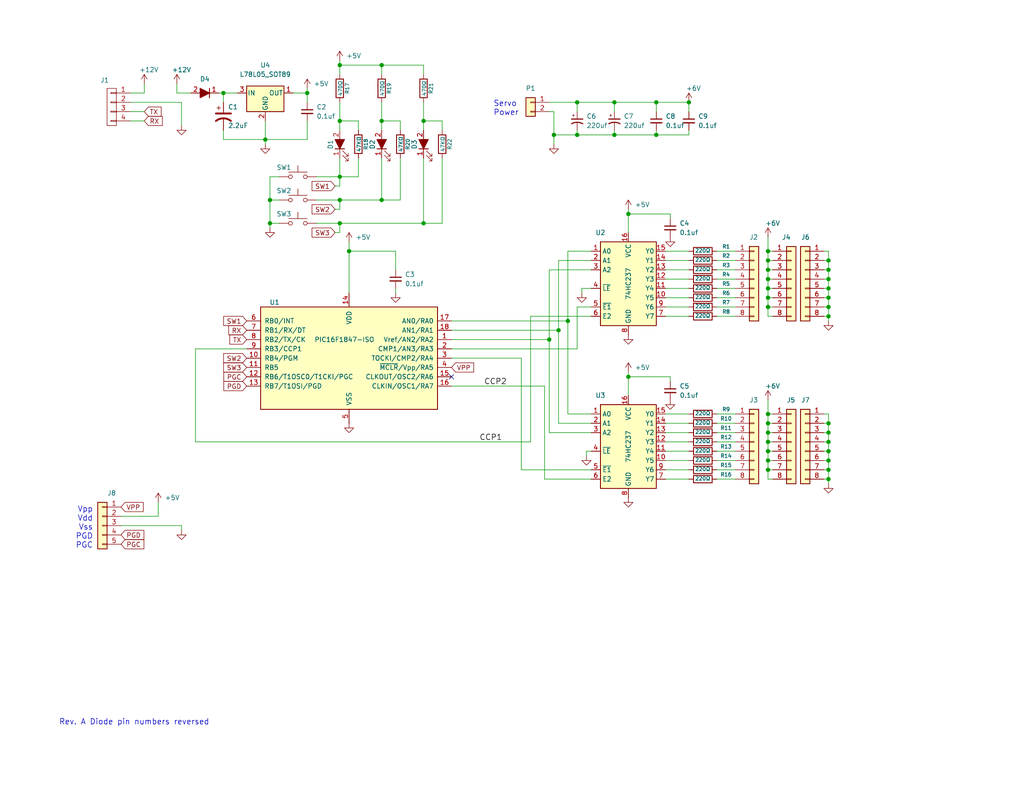
<source format=kicad_sch>
(kicad_sch (version 20210126) (generator eeschema)
  (paper "A")
  (title_block (title "Simple Servo Controller 16") (date "2021-03-12") (rev "A") (company "DMFE") (comment 1 "Packet Serial Version") (comment 2 "OSH GPL 2"))
  (lib_symbols
    (symbol "74xx:74HC237"
      (property "Reference" "U" (at -7.62 13.97 0))
      (property "Value" "74HC237" (at 2.54 -11.43 0))
      (symbol "74HC237_0_1"
        (rectangle (start -7.62 12.7) (end 7.62 -10.16) (stroke (width 0.254)) (fill (type background)))
      )
      (symbol "74HC237_1_1"
        (pin input line (at -10.16 10.16 0) (length 2.54) (name "A0") (number "1"))
        (pin output line (at 10.16 -2.54 180) (length 2.54) (name "Y5") (number "10"))
        (pin output line (at 10.16 0 180) (length 2.54) (name "Y4") (number "11"))
        (pin output line (at 10.16 2.54 180) (length 2.54) (name "Y3") (number "12"))
        (pin output line (at 10.16 5.08 180) (length 2.54) (name "Y2") (number "13"))
        (pin output line (at 10.16 7.62 180) (length 2.54) (name "Y1") (number "14"))
        (pin output line (at 10.16 10.16 180) (length 2.54) (name "Y0") (number "15"))
        (pin power_in line (at 0 15.24 270) (length 2.54) (name "VCC") (number "16"))
        (pin input line (at -10.16 7.62 0) (length 2.54) (name "A1") (number "2"))
        (pin input line (at -10.16 5.08 0) (length 2.54) (name "A2") (number "3"))
        (pin input line (at -10.16 0 0) (length 2.54) (name "~LE") (number "4"))
        (pin input line (at -10.16 -5.08 0) (length 2.54) (name "~E1") (number "5"))
        (pin input line (at -10.16 -7.62 0) (length 2.54) (name "E2") (number "6"))
        (pin output line (at 10.16 -7.62 180) (length 2.54) (name "Y7") (number "7"))
        (pin power_in line (at 0 -12.7 90) (length 2.54) (name "GND") (number "8"))
        (pin output line (at 10.16 -5.08 180) (length 2.54) (name "Y6") (number "9"))
      )
    )
    (symbol "Connector_Generic:Conn_01x02" (pin_names (offset 1.016) hide)
      (property "Reference" "J" (at 0 2.54 0))
      (property "Value" "Conn_01x02" (at 0 -5.08 0))
      (symbol "Conn_01x02_1_1"
        (rectangle (start -1.27 -2.413) (end 0 -2.667) (stroke (width 0.1524)))
        (rectangle (start -1.27 0.127) (end 0 -0.127) (stroke (width 0.1524)))
        (rectangle (start -1.27 1.27) (end 1.27 -3.81) (stroke (width 0.254)) (fill (type background)))
        (pin passive line (at -5.08 0 0) (length 3.81) (name "Pin_1") (number "1"))
        (pin passive line (at -5.08 -2.54 0) (length 3.81) (name "Pin_2") (number "2"))
      )
    )
    (symbol "Connector_Generic:Conn_01x05" (pin_names (offset 1.016) hide)
      (property "Reference" "J" (at 0 7.62 0))
      (property "Value" "Conn_01x05" (at 0 -7.62 0))
      (symbol "Conn_01x05_1_1"
        (rectangle (start -1.27 -4.953) (end 0 -5.207) (stroke (width 0.1524)))
        (rectangle (start -1.27 -2.413) (end 0 -2.667) (stroke (width 0.1524)))
        (rectangle (start -1.27 2.667) (end 0 2.413) (stroke (width 0.1524)))
        (rectangle (start -1.27 5.207) (end 0 4.953) (stroke (width 0.1524)))
        (rectangle (start -1.27 6.35) (end 1.27 -6.35) (stroke (width 0.254)) (fill (type background)))
        (rectangle (start -1.27 0.127) (end 0 -0.127) (stroke (width 0.1524)))
        (pin passive line (at -5.08 5.08 0) (length 3.81) (name "Pin_1") (number "1"))
        (pin passive line (at -5.08 2.54 0) (length 3.81) (name "Pin_2") (number "2"))
        (pin passive line (at -5.08 0 0) (length 3.81) (name "Pin_3") (number "3"))
        (pin passive line (at -5.08 -2.54 0) (length 3.81) (name "Pin_4") (number "4"))
        (pin passive line (at -5.08 -5.08 0) (length 3.81) (name "Pin_5") (number "5"))
      )
    )
    (symbol "Connector_Generic:Conn_01x08" (pin_names (offset 1.016) hide)
      (property "Reference" "J" (at 0 10.16 0))
      (property "Value" "Conn_01x08" (at 0 -12.7 0))
      (symbol "Conn_01x08_1_1"
        (rectangle (start -1.27 -4.953) (end 0 -5.207) (stroke (width 0.1524)))
        (rectangle (start -1.27 -7.493) (end 0 -7.747) (stroke (width 0.1524)))
        (rectangle (start -1.27 -10.033) (end 0 -10.287) (stroke (width 0.1524)))
        (rectangle (start -1.27 -2.413) (end 0 -2.667) (stroke (width 0.1524)))
        (rectangle (start -1.27 2.667) (end 0 2.413) (stroke (width 0.1524)))
        (rectangle (start -1.27 5.207) (end 0 4.953) (stroke (width 0.1524)))
        (rectangle (start -1.27 7.747) (end 0 7.493) (stroke (width 0.1524)))
        (rectangle (start -1.27 8.89) (end 1.27 -11.43) (stroke (width 0.254)) (fill (type background)))
        (rectangle (start -1.27 0.127) (end 0 -0.127) (stroke (width 0.1524)))
        (pin passive line (at -5.08 7.62 0) (length 3.81) (name "Pin_1") (number "1"))
        (pin passive line (at -5.08 5.08 0) (length 3.81) (name "Pin_2") (number "2"))
        (pin passive line (at -5.08 2.54 0) (length 3.81) (name "Pin_3") (number "3"))
        (pin passive line (at -5.08 0 0) (length 3.81) (name "Pin_4") (number "4"))
        (pin passive line (at -5.08 -2.54 0) (length 3.81) (name "Pin_5") (number "5"))
        (pin passive line (at -5.08 -5.08 0) (length 3.81) (name "Pin_6") (number "6"))
        (pin passive line (at -5.08 -7.62 0) (length 3.81) (name "Pin_7") (number "7"))
        (pin passive line (at -5.08 -10.16 0) (length 3.81) (name "Pin_8") (number "8"))
      )
    )
    (symbol "Device:C_Polarized_Small_US" (pin_numbers hide) (pin_names (offset 0.254) hide)
      (property "Reference" "C" (at 0.254 1.778 0))
      (property "Value" "C_Polarized_Small_US" (at 0.254 -2.032 0))
      (symbol "C_Polarized_Small_US_0_1"
        (arc (start -1.524 -0.762) (end 1.524 -0.762) (radius (at 0 -3.556) (length 3.175) (angles 118.6 61.4)) (stroke (width 0.3048)))
        (polyline (pts (xy -1.524 0.508) (xy 1.524 0.508)) (stroke (width 0.3048)))
        (polyline (pts (xy -1.27 1.524) (xy -0.762 1.524)))
        (polyline (pts (xy -1.016 1.27) (xy -1.016 1.778)))
      )
      (symbol "C_Polarized_Small_US_1_1"
        (pin passive line (at 0 2.54 270) (length 2.032) (name "~") (number "1"))
        (pin passive line (at 0 -2.54 90) (length 2.032) (name "~") (number "2"))
      )
    )
    (symbol "Device:C_Small" (pin_numbers hide) (pin_names (offset 0.254) hide)
      (property "Reference" "C" (at 0.254 1.778 0))
      (property "Value" "C_Small" (at 0.254 -2.032 0))
      (symbol "C_Small_0_1"
        (polyline (pts (xy -1.524 -0.508) (xy 1.524 -0.508)) (stroke (width 0.3302)))
        (polyline (pts (xy -1.524 0.508) (xy 1.524 0.508)) (stroke (width 0.3048)))
      )
      (symbol "C_Small_1_1"
        (pin passive line (at 0 2.54 270) (length 2.032) (name "~") (number "1"))
        (pin passive line (at 0 -2.54 90) (length 2.032) (name "~") (number "2"))
      )
    )
    (symbol "Device:D_Filled" (pin_names (offset 1.016) hide)
      (property "Reference" "D" (at 0 2.54 0))
      (property "Value" "D_Filled" (at 0 -2.54 0))
      (symbol "D_Filled_0_1"
        (polyline (pts (xy -1.27 1.27) (xy -1.27 -1.27)) (stroke (width 0.254)))
        (polyline (pts (xy 1.27 0) (xy -1.27 0)))
        (polyline (pts (xy 1.27 1.27) (xy 1.27 -1.27) (xy -1.27 0) (xy 1.27 1.27)) (stroke (width 0.254)) (fill (type outline)))
      )
      (symbol "D_Filled_1_1"
        (pin passive line (at -3.81 0 0) (length 2.54) (name "K") (number "1"))
        (pin passive line (at 3.81 0 180) (length 2.54) (name "A") (number "2"))
      )
    )
    (symbol "Device:LED_Filled" (pin_names (offset 1.016) hide)
      (property "Reference" "D" (at 0 2.54 0))
      (property "Value" "LED_Filled" (at 0 -2.54 0))
      (symbol "LED_Filled_0_1"
        (polyline (pts (xy -1.27 -1.27) (xy -1.27 1.27)) (stroke (width 0.254)))
        (polyline (pts (xy -1.27 0) (xy 1.27 0)))
        (polyline (pts (xy 1.27 -1.27) (xy 1.27 1.27) (xy -1.27 0) (xy 1.27 -1.27)) (stroke (width 0.254)) (fill (type outline)))
        (polyline (pts (xy -3.048 -0.762) (xy -4.572 -2.286) (xy -3.81 -2.286) (xy -4.572 -2.286) (xy -4.572 -1.524)))
        (polyline (pts (xy -1.778 -0.762) (xy -3.302 -2.286) (xy -2.54 -2.286) (xy -3.302 -2.286) (xy -3.302 -1.524)))
      )
      (symbol "LED_Filled_1_1"
        (pin passive line (at -3.81 0 0) (length 2.54) (name "K") (number "1"))
        (pin passive line (at 3.81 0 180) (length 2.54) (name "A") (number "2"))
      )
    )
    (symbol "Device:R" (pin_numbers hide) (pin_names (offset 0))
      (property "Reference" "R" (at 2.032 0 90))
      (property "Value" "R" (at 0 0 90))
      (symbol "R_0_1"
        (rectangle (start -1.016 -2.54) (end 1.016 2.54) (stroke (width 0.254)))
      )
      (symbol "R_1_1"
        (pin passive line (at 0 3.81 270) (length 1.27) (name "~") (number "1"))
        (pin passive line (at 0 -3.81 90) (length 1.27) (name "~") (number "2"))
      )
    )
    (symbol "MCU_Microchip_PIC16:PIC16F628A-ISO" (pin_names (offset 1.016))
      (property "Reference" "U" (at -24.13 17.78 0))
      (property "Value" "PIC16F628A-ISO" (at -24.13 15.24 0))
      (symbol "PIC16F628A-ISO_0_1"
        (rectangle (start 24.13 13.97) (end -24.13 -13.97) (stroke (width 0.254)) (fill (type background)))
      )
      (symbol "PIC16F628A-ISO_1_1"
        (pin bidirectional line (at 27.94 5.08 180) (length 3.81) (name "Vref/AN2/RA2") (number "1"))
        (pin bidirectional line (at -27.94 0 0) (length 3.81) (name "RB4/PGM") (number "10"))
        (pin bidirectional line (at -27.94 -2.54 0) (length 3.81) (name "RB5") (number "11"))
        (pin bidirectional line (at -27.94 -5.08 0) (length 3.81) (name "RB6/T1OSC0/T1CKI/PGC") (number "12"))
        (pin bidirectional line (at -27.94 -7.62 0) (length 3.81) (name "RB7/T1OSI/PGD") (number "13"))
        (pin power_in line (at 0 17.78 270) (length 3.81) (name "VDD") (number "14"))
        (pin bidirectional line (at 27.94 -5.08 180) (length 3.81) (name "CLKOUT/OSC2/RA6") (number "15"))
        (pin bidirectional line (at 27.94 -7.62 180) (length 3.81) (name "CLKIN/OSC1/RA7") (number "16"))
        (pin bidirectional line (at 27.94 10.16 180) (length 3.81) (name "AN0/RA0") (number "17"))
        (pin bidirectional line (at 27.94 7.62 180) (length 3.81) (name "AN1/RA1") (number "18"))
        (pin bidirectional line (at 27.94 2.54 180) (length 3.81) (name "CMP1/AN3/RA3") (number "2"))
        (pin bidirectional line (at 27.94 0 180) (length 3.81) (name "TOCKI/CMP2/RA4") (number "3"))
        (pin input line (at 27.94 -2.54 180) (length 3.81) (name "~MCLR~/Vpp/RA5") (number "4"))
        (pin power_in line (at 0 -17.78 90) (length 3.81) (name "VSS") (number "5"))
        (pin bidirectional line (at -27.94 10.16 0) (length 3.81) (name "RB0/INT") (number "6"))
        (pin bidirectional line (at -27.94 7.62 0) (length 3.81) (name "RB1/RX/DT") (number "7"))
        (pin bidirectional line (at -27.94 5.08 0) (length 3.81) (name "RB2/TX/CK") (number "8"))
        (pin bidirectional line (at -27.94 2.54 0) (length 3.81) (name "RB3/CCP1") (number "9"))
      )
    )
    (symbol "Regulator_Linear:L78L05_SOT89" (pin_names (offset 0.254))
      (property "Reference" "U" (at -3.81 3.175 0))
      (property "Value" "L78L05_SOT89" (at -0.635 3.175 0))
      (symbol "L78L05_SOT89_0_1"
        (rectangle (start -5.08 1.905) (end 5.08 -5.08) (stroke (width 0.254)) (fill (type background)))
      )
      (symbol "L78L05_SOT89_1_1"
        (pin power_out line (at 7.62 0 180) (length 2.54) (name "OUT") (number "1"))
        (pin power_in line (at 0 -7.62 90) (length 2.54) (name "GND") (number "2"))
        (pin power_in line (at -7.62 0 0) (length 2.54) (name "IN") (number "3"))
      )
    )
    (symbol "SimpleServoCtrl-rescue:CONN_01X04" (pin_names (offset 1.016) hide)
      (property "Reference" "P" (at 0 6.35 0))
      (property "Value" "CONN_01X04" (at 2.54 0 90))
      (symbol "CONN_01X04_0_1"
        (rectangle (start -1.27 -3.683) (end 0.254 -3.937))
        (rectangle (start -1.27 -1.143) (end 0.254 -1.397))
        (rectangle (start -1.27 1.397) (end 0.254 1.143))
        (rectangle (start -1.27 3.937) (end 0.254 3.683))
        (rectangle (start -1.27 5.08) (end 1.27 -5.08))
      )
      (symbol "CONN_01X04_1_1"
        (pin passive line (at -5.08 3.81 0) (length 3.81) (name "P1") (number "1"))
        (pin passive line (at -5.08 1.27 0) (length 3.81) (name "P2") (number "2"))
        (pin passive line (at -5.08 -1.27 0) (length 3.81) (name "P3") (number "3"))
        (pin passive line (at -5.08 -3.81 0) (length 3.81) (name "P4") (number "4"))
      )
    )
    (symbol "SimpleServoCtrl-rescue:CP1" (pin_numbers hide) (pin_names (offset 0.254) hide)
      (property "Reference" "C" (at 0.635 2.54 0))
      (property "Value" "CP1" (at 0.635 -2.54 0))
      (symbol "CP1_0_1"
        (arc (start -2.032 -1.27) (end 2.032 -1.27) (radius (at 0 -3.81) (length 3.2512) (angles 128.7 51.3)) (stroke (width 0.508)))
        (polyline (pts (xy -2.032 0.762) (xy 2.032 0.762)) (stroke (width 0.508)))
        (polyline (pts (xy -1.778 2.286) (xy -0.762 2.286)))
        (polyline (pts (xy -1.27 1.778) (xy -1.27 2.794)))
      )
      (symbol "CP1_1_1"
        (pin passive line (at 0 3.81 270) (length 2.794) (name "~") (number "1"))
        (pin passive line (at 0 -3.81 90) (length 3.302) (name "~") (number "2"))
      )
    )
    (symbol "Switch:SW_Push" (pin_numbers hide) (pin_names (offset 1.016) hide)
      (property "Reference" "SW" (at 1.27 2.54 0))
      (property "Value" "SW_Push" (at 0 -1.524 0))
      (symbol "SW_Push_0_1"
        (circle (center -2.032 0) (radius 0.508))
        (circle (center 2.032 0) (radius 0.508))
        (polyline (pts (xy 0 1.27) (xy 0 3.048)))
        (polyline (pts (xy 2.54 1.27) (xy -2.54 1.27)))
        (pin passive line (at -5.08 0 0) (length 2.54) (name "1") (number "1"))
        (pin passive line (at 5.08 0 180) (length 2.54) (name "2") (number "2"))
      )
    )
    (symbol "power:+12V" (power) (pin_names (offset 0))
      (property "Value" "+12V" (at 0 3.556 0))
      (symbol "+12V_0_1"
        (polyline (pts (xy -0.762 1.27) (xy 0 2.54)))
        (polyline (pts (xy 0 0) (xy 0 2.54)))
        (polyline (pts (xy 0 2.54) (xy 0.762 1.27)))
      )
      (symbol "+12V_1_1"
        (pin power_in line (at 0 0 90) (length 0) hide (name "+12V") (number "1"))
      )
    )
    (symbol "power:+5V" (power) (pin_names (offset 0))
      (property "Value" "+5V" (at 0 3.556 0))
      (symbol "+5V_0_1"
        (polyline (pts (xy -0.762 1.27) (xy 0 2.54)))
        (polyline (pts (xy 0 0) (xy 0 2.54)))
        (polyline (pts (xy 0 2.54) (xy 0.762 1.27)))
      )
      (symbol "+5V_1_1"
        (pin power_in line (at 0 0 90) (length 0) hide (name "+5V") (number "1"))
      )
    )
    (symbol "power:+6V" (power) (pin_names (offset 0))
      (property "Value" "+6V" (at 0 3.556 0))
      (symbol "+6V_0_1"
        (polyline (pts (xy -0.762 1.27) (xy 0 2.54)))
        (polyline (pts (xy 0 0) (xy 0 2.54)))
        (polyline (pts (xy 0 2.54) (xy 0.762 1.27)))
      )
      (symbol "+6V_1_1"
        (pin power_in line (at 0 0 90) (length 0) hide (name "+6V") (number "1"))
      )
    )
    (symbol "power:GND" (power) (pin_names (offset 0))
      (property "Value" "GND" (at 0 -3.81 0))
      (symbol "GND_0_1"
        (polyline (pts (xy 0 0) (xy 0 -1.27) (xy 1.27 -1.27) (xy 0 -2.54) (xy -1.27 -1.27) (xy 0 -1.27)))
      )
      (symbol "GND_1_1"
        (pin power_in line (at 0 0 270) (length 0) hide (name "GND") (number "1"))
      )
    )
  )
  (junction (at 60.96 25.4) (diameter 1.016))
  (junction (at 72.39 38.1) (diameter 1.016))
  (junction (at 73.66 54.61) (diameter 1.016))
  (junction (at 73.66 60.96) (diameter 1.016))
  (junction (at 83.82 25.4) (diameter 1.016))
  (junction (at 92.71 17.78) (diameter 1.016))
  (junction (at 92.71 33.02) (diameter 1.016))
  (junction (at 92.71 48.26) (diameter 1.016))
  (junction (at 92.71 54.61) (diameter 1.016))
  (junction (at 92.71 60.96) (diameter 1.016))
  (junction (at 95.25 68.58) (diameter 1.016))
  (junction (at 104.14 17.78) (diameter 1.016))
  (junction (at 104.14 33.02) (diameter 1.016))
  (junction (at 104.14 54.61) (diameter 1.016))
  (junction (at 115.57 33.02) (diameter 1.016))
  (junction (at 115.57 60.96) (diameter 1.016))
  (junction (at 149.86 92.71) (diameter 1.016))
  (junction (at 151.13 36.83) (diameter 1.016))
  (junction (at 152.4 90.17) (diameter 1.016))
  (junction (at 154.94 87.63) (diameter 1.016))
  (junction (at 157.48 27.94) (diameter 1.016))
  (junction (at 157.48 36.83) (diameter 1.016))
  (junction (at 167.64 27.94) (diameter 1.016))
  (junction (at 167.64 36.83) (diameter 1.016))
  (junction (at 171.45 58.42) (diameter 1.016))
  (junction (at 171.45 102.87) (diameter 1.016))
  (junction (at 179.07 27.94) (diameter 1.016))
  (junction (at 179.07 36.83) (diameter 1.016))
  (junction (at 187.96 27.94) (diameter 1.016))
  (junction (at 209.55 68.58) (diameter 1.016))
  (junction (at 209.55 71.12) (diameter 1.016))
  (junction (at 209.55 73.66) (diameter 1.016))
  (junction (at 209.55 76.2) (diameter 1.016))
  (junction (at 209.55 78.74) (diameter 1.016))
  (junction (at 209.55 81.28) (diameter 1.016))
  (junction (at 209.55 83.82) (diameter 1.016))
  (junction (at 209.55 113.03) (diameter 1.016))
  (junction (at 209.55 115.57) (diameter 1.016))
  (junction (at 209.55 118.11) (diameter 1.016))
  (junction (at 209.55 120.65) (diameter 1.016))
  (junction (at 209.55 123.19) (diameter 1.016))
  (junction (at 209.55 125.73) (diameter 1.016))
  (junction (at 209.55 128.27) (diameter 1.016))
  (junction (at 226.06 71.12) (diameter 1.016))
  (junction (at 226.06 73.66) (diameter 1.016))
  (junction (at 226.06 76.2) (diameter 1.016))
  (junction (at 226.06 78.74) (diameter 1.016))
  (junction (at 226.06 81.28) (diameter 1.016))
  (junction (at 226.06 83.82) (diameter 1.016))
  (junction (at 226.06 86.36) (diameter 1.016))
  (junction (at 226.06 115.57) (diameter 1.016))
  (junction (at 226.06 118.11) (diameter 1.016))
  (junction (at 226.06 120.65) (diameter 1.016))
  (junction (at 226.06 123.19) (diameter 1.016))
  (junction (at 226.06 125.73) (diameter 1.016))
  (junction (at 226.06 128.27) (diameter 1.016))
  (junction (at 226.06 130.81) (diameter 1.016))
  (no_connect (at 123.19 102.87))
  (wire (pts (xy 35.56 25.4) (xy 39.37 25.4)))
  (wire (pts (xy 35.56 27.94) (xy 49.53 27.94)))
  (wire (pts (xy 35.56 30.48) (xy 39.37 30.48)))
  (wire (pts (xy 35.56 33.02) (xy 39.37 33.02)))
  (wire (pts (xy 39.37 25.4) (xy 39.37 22.86)))
  (wire (pts (xy 43.18 137.16) (xy 43.18 140.97)))
  (wire (pts (xy 43.18 140.97) (xy 33.02 140.97)))
  (wire (pts (xy 48.26 22.86) (xy 48.26 25.4)))
  (wire (pts (xy 48.26 25.4) (xy 52.07 25.4)))
  (wire (pts (xy 49.53 27.94) (xy 49.53 34.29)))
  (wire (pts (xy 49.53 143.51) (xy 33.02 143.51)))
  (wire (pts (xy 49.53 144.78) (xy 49.53 143.51)))
  (wire (pts (xy 53.34 95.25) (xy 53.34 120.65)))
  (wire (pts (xy 53.34 120.65) (xy 144.78 120.65)))
  (wire (pts (xy 60.96 25.4) (xy 59.69 25.4)))
  (wire (pts (xy 60.96 25.4) (xy 60.96 27.94)))
  (wire (pts (xy 60.96 25.4) (xy 64.77 25.4)))
  (wire (pts (xy 60.96 35.56) (xy 60.96 38.1)))
  (wire (pts (xy 60.96 38.1) (xy 72.39 38.1)))
  (wire (pts (xy 67.31 95.25) (xy 53.34 95.25)))
  (wire (pts (xy 72.39 33.02) (xy 72.39 38.1)))
  (wire (pts (xy 72.39 38.1) (xy 72.39 39.37)))
  (wire (pts (xy 72.39 38.1) (xy 83.82 38.1)))
  (wire (pts (xy 73.66 48.26) (xy 73.66 54.61)))
  (wire (pts (xy 73.66 48.26) (xy 76.2 48.26)))
  (wire (pts (xy 73.66 54.61) (xy 73.66 60.96)))
  (wire (pts (xy 73.66 54.61) (xy 76.2 54.61)))
  (wire (pts (xy 73.66 60.96) (xy 76.2 60.96)))
  (wire (pts (xy 73.66 62.23) (xy 73.66 60.96)))
  (wire (pts (xy 80.01 25.4) (xy 83.82 25.4)))
  (wire (pts (xy 83.82 24.13) (xy 83.82 25.4)))
  (wire (pts (xy 83.82 25.4) (xy 83.82 27.94)))
  (wire (pts (xy 83.82 33.02) (xy 83.82 38.1)))
  (wire (pts (xy 86.36 48.26) (xy 92.71 48.26)))
  (wire (pts (xy 86.36 54.61) (xy 92.71 54.61)))
  (wire (pts (xy 86.36 60.96) (xy 92.71 60.96)))
  (wire (pts (xy 91.44 50.8) (xy 92.71 50.8)))
  (wire (pts (xy 91.44 57.15) (xy 92.71 57.15)))
  (wire (pts (xy 91.44 63.5) (xy 92.71 63.5)))
  (wire (pts (xy 92.71 16.51) (xy 92.71 17.78)))
  (wire (pts (xy 92.71 17.78) (xy 92.71 20.32)))
  (wire (pts (xy 92.71 17.78) (xy 104.14 17.78)))
  (wire (pts (xy 92.71 27.94) (xy 92.71 33.02)))
  (wire (pts (xy 92.71 33.02) (xy 92.71 35.56)))
  (wire (pts (xy 92.71 33.02) (xy 97.79 33.02)))
  (wire (pts (xy 92.71 48.26) (xy 92.71 43.18)))
  (wire (pts (xy 92.71 50.8) (xy 92.71 48.26)))
  (wire (pts (xy 92.71 54.61) (xy 104.14 54.61)))
  (wire (pts (xy 92.71 57.15) (xy 92.71 54.61)))
  (wire (pts (xy 92.71 60.96) (xy 115.57 60.96)))
  (wire (pts (xy 92.71 63.5) (xy 92.71 60.96)))
  (wire (pts (xy 95.25 66.04) (xy 95.25 68.58)))
  (wire (pts (xy 95.25 68.58) (xy 95.25 80.01)))
  (wire (pts (xy 97.79 33.02) (xy 97.79 35.56)))
  (wire (pts (xy 97.79 43.18) (xy 97.79 48.26)))
  (wire (pts (xy 97.79 48.26) (xy 92.71 48.26)))
  (wire (pts (xy 104.14 17.78) (xy 115.57 17.78)))
  (wire (pts (xy 104.14 20.32) (xy 104.14 17.78)))
  (wire (pts (xy 104.14 27.94) (xy 104.14 33.02)))
  (wire (pts (xy 104.14 33.02) (xy 104.14 35.56)))
  (wire (pts (xy 104.14 33.02) (xy 109.22 33.02)))
  (wire (pts (xy 104.14 54.61) (xy 104.14 43.18)))
  (wire (pts (xy 107.95 68.58) (xy 95.25 68.58)))
  (wire (pts (xy 107.95 68.58) (xy 107.95 73.66)))
  (wire (pts (xy 107.95 78.74) (xy 107.95 80.01)))
  (wire (pts (xy 109.22 33.02) (xy 109.22 35.56)))
  (wire (pts (xy 109.22 43.18) (xy 109.22 54.61)))
  (wire (pts (xy 109.22 54.61) (xy 104.14 54.61)))
  (wire (pts (xy 115.57 20.32) (xy 115.57 17.78)))
  (wire (pts (xy 115.57 27.94) (xy 115.57 33.02)))
  (wire (pts (xy 115.57 33.02) (xy 115.57 35.56)))
  (wire (pts (xy 115.57 33.02) (xy 120.65 33.02)))
  (wire (pts (xy 115.57 60.96) (xy 115.57 43.18)))
  (wire (pts (xy 120.65 33.02) (xy 120.65 35.56)))
  (wire (pts (xy 120.65 43.18) (xy 120.65 60.96)))
  (wire (pts (xy 120.65 60.96) (xy 115.57 60.96)))
  (wire (pts (xy 123.19 87.63) (xy 154.94 87.63)))
  (wire (pts (xy 123.19 90.17) (xy 152.4 90.17)))
  (wire (pts (xy 123.19 92.71) (xy 149.86 92.71)))
  (wire (pts (xy 123.19 95.25) (xy 157.48 95.25)))
  (wire (pts (xy 123.19 97.79) (xy 142.24 97.79)))
  (wire (pts (xy 123.19 105.41) (xy 148.59 105.41)))
  (wire (pts (xy 142.24 97.79) (xy 142.24 128.27)))
  (wire (pts (xy 142.24 128.27) (xy 161.29 128.27)))
  (wire (pts (xy 144.78 86.36) (xy 161.29 86.36)))
  (wire (pts (xy 144.78 120.65) (xy 144.78 86.36)))
  (wire (pts (xy 148.59 105.41) (xy 148.59 130.81)))
  (wire (pts (xy 148.59 130.81) (xy 161.29 130.81)))
  (wire (pts (xy 149.86 27.94) (xy 157.48 27.94)))
  (wire (pts (xy 149.86 30.48) (xy 151.13 30.48)))
  (wire (pts (xy 149.86 73.66) (xy 161.29 73.66)))
  (wire (pts (xy 149.86 92.71) (xy 149.86 73.66)))
  (wire (pts (xy 149.86 118.11) (xy 149.86 92.71)))
  (wire (pts (xy 151.13 30.48) (xy 151.13 36.83)))
  (wire (pts (xy 151.13 36.83) (xy 151.13 39.37)))
  (wire (pts (xy 152.4 71.12) (xy 161.29 71.12)))
  (wire (pts (xy 152.4 90.17) (xy 152.4 71.12)))
  (wire (pts (xy 152.4 115.57) (xy 152.4 90.17)))
  (wire (pts (xy 154.94 68.58) (xy 161.29 68.58)))
  (wire (pts (xy 154.94 87.63) (xy 154.94 68.58)))
  (wire (pts (xy 154.94 113.03) (xy 154.94 87.63)))
  (wire (pts (xy 157.48 27.94) (xy 157.48 30.48)))
  (wire (pts (xy 157.48 35.56) (xy 157.48 36.83)))
  (wire (pts (xy 157.48 36.83) (xy 151.13 36.83)))
  (wire (pts (xy 157.48 83.82) (xy 161.29 83.82)))
  (wire (pts (xy 157.48 95.25) (xy 157.48 83.82)))
  (wire (pts (xy 158.75 78.74) (xy 161.29 78.74)))
  (wire (pts (xy 158.75 80.01) (xy 158.75 78.74)))
  (wire (pts (xy 160.02 123.19) (xy 161.29 123.19)))
  (wire (pts (xy 160.02 124.46) (xy 160.02 123.19)))
  (wire (pts (xy 161.29 113.03) (xy 154.94 113.03)))
  (wire (pts (xy 161.29 115.57) (xy 152.4 115.57)))
  (wire (pts (xy 161.29 118.11) (xy 149.86 118.11)))
  (wire (pts (xy 167.64 27.94) (xy 157.48 27.94)))
  (wire (pts (xy 167.64 30.48) (xy 167.64 27.94)))
  (wire (pts (xy 167.64 35.56) (xy 167.64 36.83)))
  (wire (pts (xy 167.64 36.83) (xy 157.48 36.83)))
  (wire (pts (xy 171.45 57.15) (xy 171.45 58.42)))
  (wire (pts (xy 171.45 58.42) (xy 171.45 63.5)))
  (wire (pts (xy 171.45 101.6) (xy 171.45 102.87)))
  (wire (pts (xy 171.45 102.87) (xy 171.45 107.95)))
  (wire (pts (xy 179.07 27.94) (xy 167.64 27.94)))
  (wire (pts (xy 179.07 30.48) (xy 179.07 27.94)))
  (wire (pts (xy 179.07 35.56) (xy 179.07 36.83)))
  (wire (pts (xy 179.07 36.83) (xy 167.64 36.83)))
  (wire (pts (xy 181.61 68.58) (xy 187.96 68.58)))
  (wire (pts (xy 181.61 71.12) (xy 187.96 71.12)))
  (wire (pts (xy 181.61 73.66) (xy 187.96 73.66)))
  (wire (pts (xy 181.61 76.2) (xy 187.96 76.2)))
  (wire (pts (xy 181.61 78.74) (xy 187.96 78.74)))
  (wire (pts (xy 181.61 81.28) (xy 187.96 81.28)))
  (wire (pts (xy 181.61 83.82) (xy 187.96 83.82)))
  (wire (pts (xy 181.61 86.36) (xy 187.96 86.36)))
  (wire (pts (xy 181.61 113.03) (xy 187.96 113.03)))
  (wire (pts (xy 181.61 115.57) (xy 187.96 115.57)))
  (wire (pts (xy 181.61 118.11) (xy 187.96 118.11)))
  (wire (pts (xy 181.61 120.65) (xy 187.96 120.65)))
  (wire (pts (xy 181.61 123.19) (xy 187.96 123.19)))
  (wire (pts (xy 181.61 125.73) (xy 187.96 125.73)))
  (wire (pts (xy 181.61 128.27) (xy 187.96 128.27)))
  (wire (pts (xy 181.61 130.81) (xy 187.96 130.81)))
  (wire (pts (xy 182.88 58.42) (xy 171.45 58.42)))
  (wire (pts (xy 182.88 59.69) (xy 182.88 58.42)))
  (wire (pts (xy 182.88 102.87) (xy 171.45 102.87)))
  (wire (pts (xy 182.88 104.14) (xy 182.88 102.87)))
  (wire (pts (xy 187.96 27.94) (xy 179.07 27.94)))
  (wire (pts (xy 187.96 30.48) (xy 187.96 27.94)))
  (wire (pts (xy 187.96 35.56) (xy 187.96 36.83)))
  (wire (pts (xy 187.96 36.83) (xy 179.07 36.83)))
  (wire (pts (xy 195.58 68.58) (xy 200.66 68.58)))
  (wire (pts (xy 195.58 71.12) (xy 200.66 71.12)))
  (wire (pts (xy 195.58 73.66) (xy 200.66 73.66)))
  (wire (pts (xy 195.58 76.2) (xy 200.66 76.2)))
  (wire (pts (xy 195.58 78.74) (xy 200.66 78.74)))
  (wire (pts (xy 195.58 81.28) (xy 200.66 81.28)))
  (wire (pts (xy 195.58 83.82) (xy 200.66 83.82)))
  (wire (pts (xy 195.58 86.36) (xy 200.66 86.36)))
  (wire (pts (xy 195.58 113.03) (xy 200.66 113.03)))
  (wire (pts (xy 195.58 115.57) (xy 200.66 115.57)))
  (wire (pts (xy 195.58 118.11) (xy 200.66 118.11)))
  (wire (pts (xy 195.58 120.65) (xy 200.66 120.65)))
  (wire (pts (xy 195.58 123.19) (xy 200.66 123.19)))
  (wire (pts (xy 195.58 125.73) (xy 200.66 125.73)))
  (wire (pts (xy 195.58 128.27) (xy 200.66 128.27)))
  (wire (pts (xy 195.58 130.81) (xy 200.66 130.81)))
  (wire (pts (xy 209.55 68.58) (xy 209.55 64.77)))
  (wire (pts (xy 209.55 68.58) (xy 210.82 68.58)))
  (wire (pts (xy 209.55 71.12) (xy 209.55 68.58)))
  (wire (pts (xy 209.55 71.12) (xy 210.82 71.12)))
  (wire (pts (xy 209.55 73.66) (xy 209.55 71.12)))
  (wire (pts (xy 209.55 73.66) (xy 210.82 73.66)))
  (wire (pts (xy 209.55 76.2) (xy 209.55 73.66)))
  (wire (pts (xy 209.55 76.2) (xy 210.82 76.2)))
  (wire (pts (xy 209.55 78.74) (xy 209.55 76.2)))
  (wire (pts (xy 209.55 78.74) (xy 210.82 78.74)))
  (wire (pts (xy 209.55 81.28) (xy 209.55 78.74)))
  (wire (pts (xy 209.55 81.28) (xy 210.82 81.28)))
  (wire (pts (xy 209.55 83.82) (xy 209.55 81.28)))
  (wire (pts (xy 209.55 83.82) (xy 210.82 83.82)))
  (wire (pts (xy 209.55 86.36) (xy 209.55 83.82)))
  (wire (pts (xy 209.55 109.22) (xy 209.55 113.03)))
  (wire (pts (xy 209.55 113.03) (xy 209.55 115.57)))
  (wire (pts (xy 209.55 113.03) (xy 210.82 113.03)))
  (wire (pts (xy 209.55 115.57) (xy 209.55 118.11)))
  (wire (pts (xy 209.55 115.57) (xy 210.82 115.57)))
  (wire (pts (xy 209.55 118.11) (xy 209.55 120.65)))
  (wire (pts (xy 209.55 118.11) (xy 210.82 118.11)))
  (wire (pts (xy 209.55 120.65) (xy 209.55 123.19)))
  (wire (pts (xy 209.55 120.65) (xy 210.82 120.65)))
  (wire (pts (xy 209.55 123.19) (xy 209.55 125.73)))
  (wire (pts (xy 209.55 123.19) (xy 210.82 123.19)))
  (wire (pts (xy 209.55 125.73) (xy 209.55 128.27)))
  (wire (pts (xy 209.55 125.73) (xy 210.82 125.73)))
  (wire (pts (xy 209.55 128.27) (xy 209.55 130.81)))
  (wire (pts (xy 209.55 128.27) (xy 210.82 128.27)))
  (wire (pts (xy 209.55 130.81) (xy 210.82 130.81)))
  (wire (pts (xy 210.82 86.36) (xy 209.55 86.36)))
  (wire (pts (xy 224.79 68.58) (xy 226.06 68.58)))
  (wire (pts (xy 224.79 71.12) (xy 226.06 71.12)))
  (wire (pts (xy 224.79 73.66) (xy 226.06 73.66)))
  (wire (pts (xy 224.79 76.2) (xy 226.06 76.2)))
  (wire (pts (xy 224.79 78.74) (xy 226.06 78.74)))
  (wire (pts (xy 224.79 81.28) (xy 226.06 81.28)))
  (wire (pts (xy 224.79 83.82) (xy 226.06 83.82)))
  (wire (pts (xy 224.79 86.36) (xy 226.06 86.36)))
  (wire (pts (xy 224.79 115.57) (xy 226.06 115.57)))
  (wire (pts (xy 224.79 118.11) (xy 226.06 118.11)))
  (wire (pts (xy 224.79 120.65) (xy 226.06 120.65)))
  (wire (pts (xy 224.79 123.19) (xy 226.06 123.19)))
  (wire (pts (xy 224.79 125.73) (xy 226.06 125.73)))
  (wire (pts (xy 224.79 128.27) (xy 226.06 128.27)))
  (wire (pts (xy 224.79 130.81) (xy 226.06 130.81)))
  (wire (pts (xy 226.06 68.58) (xy 226.06 71.12)))
  (wire (pts (xy 226.06 71.12) (xy 226.06 73.66)))
  (wire (pts (xy 226.06 73.66) (xy 226.06 76.2)))
  (wire (pts (xy 226.06 76.2) (xy 226.06 78.74)))
  (wire (pts (xy 226.06 78.74) (xy 226.06 81.28)))
  (wire (pts (xy 226.06 81.28) (xy 226.06 83.82)))
  (wire (pts (xy 226.06 83.82) (xy 226.06 86.36)))
  (wire (pts (xy 226.06 86.36) (xy 226.06 87.63)))
  (wire (pts (xy 226.06 113.03) (xy 224.79 113.03)))
  (wire (pts (xy 226.06 115.57) (xy 226.06 113.03)))
  (wire (pts (xy 226.06 118.11) (xy 226.06 115.57)))
  (wire (pts (xy 226.06 120.65) (xy 226.06 118.11)))
  (wire (pts (xy 226.06 123.19) (xy 226.06 120.65)))
  (wire (pts (xy 226.06 125.73) (xy 226.06 123.19)))
  (wire (pts (xy 226.06 128.27) (xy 226.06 125.73)))
  (wire (pts (xy 226.06 130.81) (xy 226.06 128.27)))
  (wire (pts (xy 226.06 132.08) (xy 226.06 130.81)))
  (text "Vpp\nVdd\nVss\nPGD\nPGC" (at 25.4 149.86 180) (effects (font (size 1.524 1.524)) (justify right bottom)))
  (text "Rev. A Diode pin numbers reversed" (at 57.15 198.12 180) (effects (font (size 1.524 1.524)) (justify right bottom)))
  (text "Servo\nPower" (at 134.62 31.75 0) (effects (font (size 1.524 1.524)) (justify left bottom)))
  (label "CCP1" (at 130.81 120.65 0) (effects (font (size 1.524 1.524))))
  (label "CCP2" (at 132.08 105.41 0) (effects (font (size 1.524 1.524))))
  (global_label "VPP" (shape input) (at 33.02 138.43 0) (property "Intersheet References" "${INTERSHEET_REFS}" (effects hide)))
  (global_label "PGD" (shape input) (at 33.02 146.05 0) (property "Intersheet References" "${INTERSHEET_REFS}" (effects hide)))
  (global_label "PGC" (shape input) (at 33.02 148.59 0) (property "Intersheet References" "${INTERSHEET_REFS}" (effects hide)))
  (global_label "TX" (shape input) (at 39.37 30.48 0) (property "Intersheet References" "${INTERSHEET_REFS}" (effects hide)))
  (global_label "RX" (shape input) (at 39.37 33.02 0) (property "Intersheet References" "${INTERSHEET_REFS}" (effects hide)))
  (global_label "SW1" (shape input) (at 67.31 87.63 180) (property "Intersheet References" "${INTERSHEET_REFS}" (effects hide)))
  (global_label "RX" (shape input) (at 67.31 90.17 180) (property "Intersheet References" "${INTERSHEET_REFS}" (effects hide)))
  (global_label "TX" (shape input) (at 67.31 92.71 180) (property "Intersheet References" "${INTERSHEET_REFS}" (effects hide)))
  (global_label "SW2" (shape input) (at 67.31 97.79 180) (property "Intersheet References" "${INTERSHEET_REFS}" (effects hide)))
  (global_label "SW3" (shape input) (at 67.31 100.33 180) (property "Intersheet References" "${INTERSHEET_REFS}" (effects hide)))
  (global_label "PGC" (shape input) (at 67.31 102.87 180) (property "Intersheet References" "${INTERSHEET_REFS}" (effects hide)))
  (global_label "PGD" (shape input) (at 67.31 105.41 180) (property "Intersheet References" "${INTERSHEET_REFS}" (effects hide)))
  (global_label "SW1" (shape input) (at 91.44 50.8 180) (property "Intersheet References" "${INTERSHEET_REFS}" (effects hide)))
  (global_label "SW2" (shape input) (at 91.44 57.15 180) (property "Intersheet References" "${INTERSHEET_REFS}" (effects hide)))
  (global_label "SW3" (shape input) (at 91.44 63.5 180) (property "Intersheet References" "${INTERSHEET_REFS}" (effects hide)))
  (global_label "VPP" (shape input) (at 123.19 100.33 0) (property "Intersheet References" "${INTERSHEET_REFS}" (effects hide)))
  (symbol (lib_id "power:+12V") (at 39.37 22.86 0) (unit 1)
    (property "Reference" "#PWR0125" (effects hide))
    (property "Value" "+12V" (at 40.64 19.05 0))
  )
  (symbol (lib_id "power:+5V") (at 43.18 137.16 0) (unit 1)
    (property "Reference" "#PWR0120" (effects hide))
    (property "Value" "+5V" (at 46.99 135.89 0))
  )
  (symbol (lib_id "power:+12V") (at 48.26 22.86 0) (unit 1)
    (property "Reference" "#PWR0126" (effects hide))
    (property "Value" "+12V" (at 49.53 19.05 0))
  )
  (symbol (lib_id "power:+5V") (at 83.82 24.13 0) (unit 1)
    (property "Reference" "#PWR0116" (effects hide))
    (property "Value" "+5V" (at 87.63 22.86 0))
  )
  (symbol (lib_id "power:+5V") (at 92.71 16.51 0) (unit 1)
    (property "Reference" "#PWR0124" (effects hide))
    (property "Value" "+5V" (at 96.52 15.24 0))
  )
  (symbol (lib_id "power:+5V") (at 95.25 66.04 0) (unit 1)
    (property "Reference" "#PWR0122" (effects hide))
    (property "Value" "+5V" (at 99.06 64.77 0))
  )
  (symbol (lib_id "power:+5V") (at 171.45 57.15 0) (unit 1)
    (property "Reference" "#PWR0109" (effects hide))
    (property "Value" "+5V" (at 175.26 55.88 0))
  )
  (symbol (lib_id "power:+5V") (at 171.45 101.6 0) (unit 1)
    (property "Reference" "#PWR0105" (effects hide))
    (property "Value" "+5V" (at 175.26 100.33 0))
  )
  (symbol (lib_id "power:+6V") (at 187.96 27.94 0) (unit 1)
    (property "Reference" "#PWR0110" (effects hide))
    (property "Value" "+6V" (at 189.23 24.13 0))
  )
  (symbol (lib_id "power:+6V") (at 209.55 64.77 0) (unit 1)
    (property "Reference" "#PWR0114" (effects hide))
    (property "Value" "+6V" (at 210.82 60.96 0))
  )
  (symbol (lib_id "power:+6V") (at 209.55 109.22 0) (unit 1)
    (property "Reference" "#PWR0112" (effects hide))
    (property "Value" "+6V" (at 210.82 105.41 0))
  )
  (symbol (lib_id "power:GND") (at 49.53 34.29 0) (unit 1)
    (property "Reference" "#PWR0121" (effects hide))
    (property "Value" "GND" (effects hide))
  )
  (symbol (lib_id "power:GND") (at 49.53 144.78 0) (unit 1)
    (property "Reference" "#PWR0119" (effects hide))
    (property "Value" "GND" (effects hide))
  )
  (symbol (lib_id "power:GND") (at 72.39 39.37 0) (unit 1)
    (property "Reference" "#PWR0117" (effects hide))
    (property "Value" "GND" (effects hide))
  )
  (symbol (lib_id "power:GND") (at 73.66 62.23 0) (unit 1)
    (property "Reference" "#PWR0123" (effects hide))
    (property "Value" "GND" (effects hide))
  )
  (symbol (lib_id "power:GND") (at 95.25 115.57 0) (unit 1)
    (property "Reference" "#PWR0118" (effects hide))
    (property "Value" "GND" (effects hide))
  )
  (symbol (lib_id "power:GND") (at 107.95 80.01 0) (unit 1)
    (property "Reference" "#PWR0107" (effects hide))
    (property "Value" "GND" (effects hide))
  )
  (symbol (lib_id "power:GND") (at 151.13 39.37 0) (unit 1)
    (property "Reference" "#PWR0108" (effects hide))
    (property "Value" "GND" (effects hide))
  )
  (symbol (lib_id "power:GND") (at 158.75 80.01 0) (unit 1)
    (property "Reference" "#PWR0102" (effects hide))
    (property "Value" "GND" (effects hide))
  )
  (symbol (lib_id "power:GND") (at 160.02 124.46 0) (unit 1)
    (property "Reference" "#PWR0106" (effects hide))
    (property "Value" "GND" (effects hide))
  )
  (symbol (lib_id "power:GND") (at 171.45 91.44 0) (unit 1)
    (property "Reference" "#PWR0103" (effects hide))
    (property "Value" "GND" (effects hide))
  )
  (symbol (lib_id "power:GND") (at 171.45 135.89 0) (unit 1)
    (property "Reference" "#PWR0111" (effects hide))
    (property "Value" "GND" (effects hide))
  )
  (symbol (lib_id "power:GND") (at 182.88 64.77 0) (unit 1)
    (property "Reference" "#PWR0101" (effects hide))
    (property "Value" "GND" (effects hide))
  )
  (symbol (lib_id "power:GND") (at 182.88 109.22 0) (unit 1)
    (property "Reference" "#PWR0104" (effects hide))
    (property "Value" "GND" (effects hide))
  )
  (symbol (lib_id "power:GND") (at 226.06 87.63 0) (unit 1)
    (property "Reference" "#PWR0115" (effects hide))
    (property "Value" "GND" (effects hide))
  )
  (symbol (lib_id "power:GND") (at 226.06 132.08 0) (unit 1)
    (property "Reference" "#PWR0113" (effects hide))
    (property "Value" "GND" (effects hide))
  )
  (symbol (lib_id "Device:R") (at 92.71 24.13 0) (unit 1)
    (property "Reference" "R17" (at 94.742 24.13 90) (effects (font (size 1.016 1.016))))
    (property "Value" "470Ω" (at 92.8878 24.1046 90) (effects (font (size 1.016 1.016))))
    (property "Footprint" "Resistor_SMD:R_0805_2012Metric_Pad1.20x1.40mm_HandSolder" (effects hide))
  )
  (symbol (lib_id "Device:R") (at 97.79 39.37 0) (unit 1)
    (property "Reference" "R18" (at 99.822 39.37 90) (effects (font (size 1.016 1.016))))
    (property "Value" "47KΩ" (at 97.9678 39.3446 90) (effects (font (size 1.016 1.016))))
    (property "Footprint" "Resistor_SMD:R_0805_2012Metric_Pad1.20x1.40mm_HandSolder" (effects hide))
  )
  (symbol (lib_id "Device:R") (at 104.14 24.13 0) (unit 1)
    (property "Reference" "R19" (at 106.172 24.13 90) (effects (font (size 1.016 1.016))))
    (property "Value" "470Ω" (at 104.3178 24.1046 90) (effects (font (size 1.016 1.016))))
    (property "Footprint" "Resistor_SMD:R_0805_2012Metric_Pad1.20x1.40mm_HandSolder" (effects hide))
  )
  (symbol (lib_id "Device:R") (at 109.22 39.37 0) (unit 1)
    (property "Reference" "R20" (at 111.252 39.37 90) (effects (font (size 1.016 1.016))))
    (property "Value" "47KΩ" (at 109.3978 39.3446 90) (effects (font (size 1.016 1.016))))
    (property "Footprint" "Resistor_SMD:R_0805_2012Metric_Pad1.20x1.40mm_HandSolder" (effects hide))
  )
  (symbol (lib_id "Device:R") (at 115.57 24.13 0) (unit 1)
    (property "Reference" "R21" (at 117.602 24.13 90) (effects (font (size 1.016 1.016))))
    (property "Value" "470Ω" (at 115.7478 24.1046 90) (effects (font (size 1.016 1.016))))
    (property "Footprint" "Resistor_SMD:R_0805_2012Metric_Pad1.20x1.40mm_HandSolder" (effects hide))
  )
  (symbol (lib_id "Device:R") (at 120.65 39.37 0) (unit 1)
    (property "Reference" "R22" (at 122.682 39.37 90) (effects (font (size 1.016 1.016))))
    (property "Value" "47KΩ" (at 120.8278 39.3446 90) (effects (font (size 1.016 1.016))))
    (property "Footprint" "Resistor_SMD:R_0805_2012Metric_Pad1.20x1.40mm_HandSolder" (effects hide))
  )
  (symbol (lib_id "Device:R") (at 191.77 68.58 90) (unit 1)
    (property "Reference" "R1" (at 198.12 67.31 90) (effects (font (size 1.016 1.016))))
    (property "Value" "220Ω" (at 191.7446 68.4022 90) (effects (font (size 1.016 1.016))))
    (property "Footprint" "Resistor_SMD:R_0805_2012Metric_Pad1.20x1.40mm_HandSolder" (effects hide))
  )
  (symbol (lib_id "Device:R") (at 191.77 71.12 90) (unit 1)
    (property "Reference" "R2" (at 198.12 69.85 90) (effects (font (size 1.016 1.016))))
    (property "Value" "220Ω" (at 191.7446 70.9422 90) (effects (font (size 1.016 1.016))))
    (property "Footprint" "Resistor_SMD:R_0805_2012Metric_Pad1.20x1.40mm_HandSolder" (effects hide))
  )
  (symbol (lib_id "Device:R") (at 191.77 73.66 90) (unit 1)
    (property "Reference" "R3" (at 198.12 72.39 90) (effects (font (size 1.016 1.016))))
    (property "Value" "220Ω" (at 191.7446 73.4822 90) (effects (font (size 1.016 1.016))))
    (property "Footprint" "Resistor_SMD:R_0805_2012Metric_Pad1.20x1.40mm_HandSolder" (effects hide))
  )
  (symbol (lib_id "Device:R") (at 191.77 76.2 90) (unit 1)
    (property "Reference" "R4" (at 198.12 74.93 90) (effects (font (size 1.016 1.016))))
    (property "Value" "220Ω" (at 191.7446 76.0222 90) (effects (font (size 1.016 1.016))))
    (property "Footprint" "Resistor_SMD:R_0805_2012Metric_Pad1.20x1.40mm_HandSolder" (effects hide))
  )
  (symbol (lib_id "Device:R") (at 191.77 78.74 90) (unit 1)
    (property "Reference" "R5" (at 198.12 77.47 90) (effects (font (size 1.016 1.016))))
    (property "Value" "220Ω" (at 191.7446 78.5622 90) (effects (font (size 1.016 1.016))))
    (property "Footprint" "Resistor_SMD:R_0805_2012Metric_Pad1.20x1.40mm_HandSolder" (effects hide))
  )
  (symbol (lib_id "Device:R") (at 191.77 81.28 90) (unit 1)
    (property "Reference" "R6" (at 198.12 80.01 90) (effects (font (size 1.016 1.016))))
    (property "Value" "220Ω" (at 191.7446 81.1022 90) (effects (font (size 1.016 1.016))))
    (property "Footprint" "Resistor_SMD:R_0805_2012Metric_Pad1.20x1.40mm_HandSolder" (effects hide))
  )
  (symbol (lib_id "Device:R") (at 191.77 83.82 90) (unit 1)
    (property "Reference" "R7" (at 198.12 82.55 90) (effects (font (size 1.016 1.016))))
    (property "Value" "220Ω" (at 191.7446 83.6422 90) (effects (font (size 1.016 1.016))))
    (property "Footprint" "Resistor_SMD:R_0805_2012Metric_Pad1.20x1.40mm_HandSolder" (effects hide))
  )
  (symbol (lib_id "Device:R") (at 191.77 86.36 90) (unit 1)
    (property "Reference" "R8" (at 198.12 85.09 90) (effects (font (size 1.016 1.016))))
    (property "Value" "220Ω" (at 191.7446 86.1822 90) (effects (font (size 1.016 1.016))))
    (property "Footprint" "Resistor_SMD:R_0805_2012Metric_Pad1.20x1.40mm_HandSolder" (effects hide))
  )
  (symbol (lib_id "Device:R") (at 191.77 113.03 90) (unit 1)
    (property "Reference" "R9" (at 198.12 111.76 90) (effects (font (size 1.016 1.016))))
    (property "Value" "220Ω" (at 191.7446 112.8522 90) (effects (font (size 1.016 1.016))))
    (property "Footprint" "Resistor_SMD:R_0805_2012Metric_Pad1.20x1.40mm_HandSolder" (effects hide))
  )
  (symbol (lib_id "Device:R") (at 191.77 115.57 90) (unit 1)
    (property "Reference" "R10" (at 198.12 114.3 90) (effects (font (size 1.016 1.016))))
    (property "Value" "220Ω" (at 191.7446 115.3922 90) (effects (font (size 1.016 1.016))))
    (property "Footprint" "Resistor_SMD:R_0805_2012Metric_Pad1.20x1.40mm_HandSolder" (effects hide))
  )
  (symbol (lib_id "Device:R") (at 191.77 118.11 90) (unit 1)
    (property "Reference" "R11" (at 198.12 116.84 90) (effects (font (size 1.016 1.016))))
    (property "Value" "220Ω" (at 191.7446 117.9322 90) (effects (font (size 1.016 1.016))))
    (property "Footprint" "Resistor_SMD:R_0805_2012Metric_Pad1.20x1.40mm_HandSolder" (effects hide))
  )
  (symbol (lib_id "Device:R") (at 191.77 120.65 90) (unit 1)
    (property "Reference" "R12" (at 198.12 119.38 90) (effects (font (size 1.016 1.016))))
    (property "Value" "220Ω" (at 191.7446 120.4722 90) (effects (font (size 1.016 1.016))))
    (property "Footprint" "Resistor_SMD:R_0805_2012Metric_Pad1.20x1.40mm_HandSolder" (effects hide))
  )
  (symbol (lib_id "Device:R") (at 191.77 123.19 90) (unit 1)
    (property "Reference" "R13" (at 198.12 121.92 90) (effects (font (size 1.016 1.016))))
    (property "Value" "220Ω" (at 191.7446 123.0122 90) (effects (font (size 1.016 1.016))))
    (property "Footprint" "Resistor_SMD:R_0805_2012Metric_Pad1.20x1.40mm_HandSolder" (effects hide))
  )
  (symbol (lib_id "Device:R") (at 191.77 125.73 90) (unit 1)
    (property "Reference" "R14" (at 198.12 124.46 90) (effects (font (size 1.016 1.016))))
    (property "Value" "220Ω" (at 191.7446 125.5522 90) (effects (font (size 1.016 1.016))))
    (property "Footprint" "Resistor_SMD:R_0805_2012Metric_Pad1.20x1.40mm_HandSolder" (effects hide))
  )
  (symbol (lib_id "Device:R") (at 191.77 128.27 90) (unit 1)
    (property "Reference" "R15" (at 198.12 127 90) (effects (font (size 1.016 1.016))))
    (property "Value" "220Ω" (at 191.7446 128.0922 90) (effects (font (size 1.016 1.016))))
    (property "Footprint" "Resistor_SMD:R_0805_2012Metric_Pad1.20x1.40mm_HandSolder" (effects hide))
  )
  (symbol (lib_id "Device:R") (at 191.77 130.81 90) (unit 1)
    (property "Reference" "R16" (at 198.12 129.54 90) (effects (font (size 1.016 1.016))))
    (property "Value" "220Ω" (at 191.7446 130.6322 90) (effects (font (size 1.016 1.016))))
    (property "Footprint" "Resistor_SMD:R_0805_2012Metric_Pad1.20x1.40mm_HandSolder" (effects hide))
  )
  (symbol (lib_id "Device:C_Polarized_Small_US") (at 157.48 33.02 0) (unit 1)
    (property "Reference" "C6" (at 160.02 31.75 0) (effects (justify left)))
    (property "Value" "220uf" (at 160.02 34.29 0) (effects (justify left)))
    (property "Footprint" "Capacitor_THT:CP_Radial_D10.0mm_P5.00mm" (effects hide))
  )
  (symbol (lib_id "Device:C_Polarized_Small_US") (at 167.64 33.02 0) (unit 1)
    (property "Reference" "C7" (at 170.18 31.75 0) (effects (justify left)))
    (property "Value" "220uf" (at 170.18 34.29 0) (effects (justify left)))
    (property "Footprint" "Capacitor_THT:CP_Radial_D10.0mm_P5.00mm" (effects hide))
  )
  (symbol (lib_id "Device:C_Small") (at 83.82 30.48 0) (unit 1)
    (property "Reference" "C2" (at 86.36 29.21 0) (effects (justify left)))
    (property "Value" "0.1uf" (at 86.36 31.75 0) (effects (justify left)))
    (property "Footprint" "Capacitor_SMD:C_0805_2012Metric_Pad1.18x1.45mm_HandSolder" (effects hide))
  )
  (symbol (lib_id "Device:C_Small") (at 107.95 76.2 0) (unit 1)
    (property "Reference" "C3" (at 110.49 74.93 0) (effects (justify left)))
    (property "Value" "0.1uf" (at 110.49 77.47 0) (effects (justify left)))
    (property "Footprint" "Capacitor_SMD:C_0805_2012Metric_Pad1.18x1.45mm_HandSolder" (effects hide))
  )
  (symbol (lib_id "Device:C_Small") (at 179.07 33.02 0) (unit 1)
    (property "Reference" "C8" (at 181.61 31.75 0) (effects (justify left)))
    (property "Value" "0.1uf" (at 181.61 34.29 0) (effects (justify left)))
    (property "Footprint" "Capacitor_SMD:C_0805_2012Metric_Pad1.18x1.45mm_HandSolder" (effects hide))
  )
  (symbol (lib_id "Device:C_Small") (at 182.88 62.23 0) (unit 1)
    (property "Reference" "C4" (at 185.42 60.96 0) (effects (justify left)))
    (property "Value" "0.1uf" (at 185.42 63.5 0) (effects (justify left)))
    (property "Footprint" "Capacitor_SMD:C_0805_2012Metric_Pad1.18x1.45mm_HandSolder" (effects hide))
  )
  (symbol (lib_id "Device:C_Small") (at 182.88 106.68 0) (unit 1)
    (property "Reference" "C5" (at 185.42 105.41 0) (effects (justify left)))
    (property "Value" "0.1uf" (at 185.42 107.95 0) (effects (justify left)))
    (property "Footprint" "Capacitor_SMD:C_0805_2012Metric_Pad1.18x1.45mm_HandSolder" (effects hide))
  )
  (symbol (lib_id "Device:C_Small") (at 187.96 33.02 0) (unit 1)
    (property "Reference" "C9" (at 190.5 31.75 0) (effects (justify left)))
    (property "Value" "0.1uf" (at 190.5 34.29 0) (effects (justify left)))
    (property "Footprint" "Capacitor_SMD:C_0805_2012Metric_Pad1.18x1.45mm_HandSolder" (effects hide))
  )
  (symbol (lib_id "Device:D_Filled") (at 55.88 25.4 0) (mirror y) (unit 1)
    (property "Reference" "D4" (at 55.88 21.59 0))
    (property "Value" "D_Filled" (effects hide))
  )
  (symbol (lib_id "Device:LED_Filled") (at 92.71 39.37 90) (unit 1)
    (property "Reference" "D1" (at 90.17 38.1 0) (effects (justify right)))
    (property "Value" "LED" (effects hide))
  )
  (symbol (lib_id "Device:LED_Filled") (at 104.14 39.37 90) (unit 1)
    (property "Reference" "D2" (at 101.6 38.1 0) (effects (justify right)))
    (property "Value" "LED" (effects hide))
  )
  (symbol (lib_id "Device:LED_Filled") (at 115.57 39.37 90) (unit 1)
    (property "Reference" "D3" (at 113.03 38.1 0) (effects (justify right)))
    (property "Value" "LED" (effects hide))
  )
  (symbol (lib_id "Connector_Generic:Conn_01x02") (at 144.78 27.94 0) (mirror y) (unit 1)
    (property "Reference" "P1" (at 144.78 24.13 0))
    (property "Value" "Conn_01x02" (effects hide))
    (property "Footprint" "Connector_Phoenix_MSTB:PhoenixContact_MSTBVA_2,5_2-G-5,08_1x02_P5.08mm_Vertical" (effects hide))
  )
  (symbol (lib_id "SimpleServoCtrl-rescue:CP1") (at 60.96 31.75 0) (unit 1)
    (property "Reference" "C1" (at 62.23 29.21 0) (effects (justify left)))
    (property "Value" "2.2uF" (at 62.23 34.29 0) (effects (justify left)))
    (property "Footprint" "Capacitor_THT:CP_Radial_D5.0mm_P2.00mm" (effects hide))
  )
  (symbol (lib_id "Switch:SW_Push") (at 81.28 48.26 0) (unit 1)
    (property "Reference" "SW1" (at 77.47 45.72 0))
    (property "Value" "SW_Push" (effects hide))
    (property "Footprint" "Button_Switch_SMD:SW_SPST_FSMSM" (effects hide))
  )
  (symbol (lib_id "Switch:SW_Push") (at 81.28 54.61 0) (unit 1)
    (property "Reference" "SW2" (at 77.47 52.07 0))
    (property "Value" "SW_Push" (effects hide))
    (property "Footprint" "Button_Switch_SMD:SW_SPST_FSMSM" (effects hide))
  )
  (symbol (lib_id "Switch:SW_Push") (at 81.28 60.96 0) (unit 1)
    (property "Reference" "SW3" (at 77.47 58.42 0))
    (property "Value" "SW_Push" (effects hide))
    (property "Footprint" "Button_Switch_SMD:SW_SPST_FSMSM" (effects hide))
  )
  (symbol (lib_id "SimpleServoCtrl-rescue:CONN_01X04") (at 30.48 29.21 0) (mirror y) (unit 1)
    (property "Reference" "J1" (at 29.7688 21.8948 0) (effects (justify left)))
    (property "Value" "CONN_01X04" (effects hide))
    (property "Footprint" "Connector_Molex:Molex_KK-254_AE-6410-04A_1x04_P2.54mm_Vertical" (effects hide))
  )
  (symbol (lib_id "Connector_Generic:Conn_01x05") (at 27.94 143.51 0) (mirror y) (unit 1)
    (property "Reference" "J8" (at 30.48 134.62 0))
    (property "Value" "Conn_01x05" (effects hide))
    (property "Footprint" "Connector_PinHeader_2.54mm:PinHeader_1x05_P2.54mm_Vertical" (effects hide))
  )
  (symbol (lib_id "Connector_Generic:Conn_01x08") (at 205.74 76.2 0) (unit 1)
    (property "Reference" "J2" (at 204.47 64.77 0) (effects (justify left)))
    (property "Value" "Conn_01x08" (effects hide))
    (property "Footprint" "Connector_PinHeader_2.54mm:PinHeader_1x08_P2.54mm_Vertical" (effects hide))
  )
  (symbol (lib_id "Connector_Generic:Conn_01x08") (at 205.74 120.65 0) (unit 1)
    (property "Reference" "J3" (at 204.47 109.22 0) (effects (justify left)))
    (property "Value" "Conn_01x08" (effects hide))
    (property "Footprint" "Connector_PinHeader_2.54mm:PinHeader_1x08_P2.54mm_Vertical" (effects hide))
  )
  (symbol (lib_id "Connector_Generic:Conn_01x08") (at 215.9 76.2 0) (unit 1)
    (property "Reference" "J4" (at 213.36 64.77 0) (effects (justify left)))
    (property "Value" "Conn_01x08" (effects hide))
    (property "Footprint" "Connector_PinHeader_2.54mm:PinHeader_1x08_P2.54mm_Vertical" (effects hide))
  )
  (symbol (lib_id "Connector_Generic:Conn_01x08") (at 215.9 120.65 0) (unit 1)
    (property "Reference" "J5" (at 214.63 109.22 0) (effects (justify left)))
    (property "Value" "Conn_01x08" (effects hide))
    (property "Footprint" "Connector_PinHeader_2.54mm:PinHeader_1x08_P2.54mm_Vertical" (effects hide))
  )
  (symbol (lib_id "Connector_Generic:Conn_01x08") (at 219.71 76.2 0) (mirror y) (unit 1)
    (property "Reference" "J6" (at 220.98 64.77 0) (effects (justify left)))
    (property "Value" "Conn_01x08" (effects hide))
    (property "Footprint" "Connector_PinHeader_2.54mm:PinHeader_1x08_P2.54mm_Vertical" (effects hide))
  )
  (symbol (lib_id "Connector_Generic:Conn_01x08") (at 219.71 120.65 0) (mirror y) (unit 1)
    (property "Reference" "J7" (at 220.98 109.22 0) (effects (justify left)))
    (property "Value" "Conn_01x08" (effects hide))
    (property "Footprint" "Connector_PinHeader_2.54mm:PinHeader_1x08_P2.54mm_Vertical" (effects hide))
  )
  (symbol (lib_id "Regulator_Linear:L78L05_SOT89") (at 72.39 25.4 0) (unit 1)
    (property "Reference" "U4" (at 72.39 17.78 0))
    (property "Value" "L78L05_SOT89" (at 72.39 20.32 0))
    (property "Footprint" "Package_TO_SOT_SMD:SOT-89-3" (effects hide))
    (property "Datasheet" "http://www.st.com/content/ccc/resource/technical/document/datasheet/15/55/e5/aa/23/5b/43/fd/CD00000446.pdf/files/CD00000446.pdf/jcr:content/translations/en.CD00000446.pdf" (effects hide))
  )
  (symbol (lib_id "74xx:74HC237") (at 171.45 78.74 0) (unit 1)
    (property "Reference" "U2" (at 163.83 63.5 0))
    (property "Value" "74HC237" (at 171.45 77.47 90))
    (property "Footprint" "Package_SO:SO-16_5.3x10.2mm_P1.27mm" (effects hide))
    (property "Datasheet" "http://www.ti.com/lit/ds/symlink/cd74hc237.pdf" (effects hide))
  )
  (symbol (lib_id "74xx:74HC237") (at 171.45 123.19 0) (unit 1)
    (property "Reference" "U3" (at 163.83 107.95 0))
    (property "Value" "74HC237" (at 171.45 121.92 90))
    (property "Footprint" "Package_SO:SO-16_5.3x10.2mm_P1.27mm" (effects hide))
    (property "Datasheet" "http://www.ti.com/lit/ds/symlink/cd74hc237.pdf" (effects hide))
  )
  (symbol (lib_id "MCU_Microchip_PIC16:PIC16F628A-ISO") (at 95.25 97.79 0) (unit 1)
    (property "Reference" "U1" (at 74.93 82.55 0))
    (property "Value" "PIC16F1847-ISO" (at 93.98 92.71 0))
    (property "Footprint" "Package_SO:SOIC-18W_7.5x11.6mm_P1.27mm" (effects hide))
    (property "Datasheet" "http://ww1.microchip.com/downloads/en/DeviceDoc/40300c.pdf" (effects hide))
  )
)
</source>
